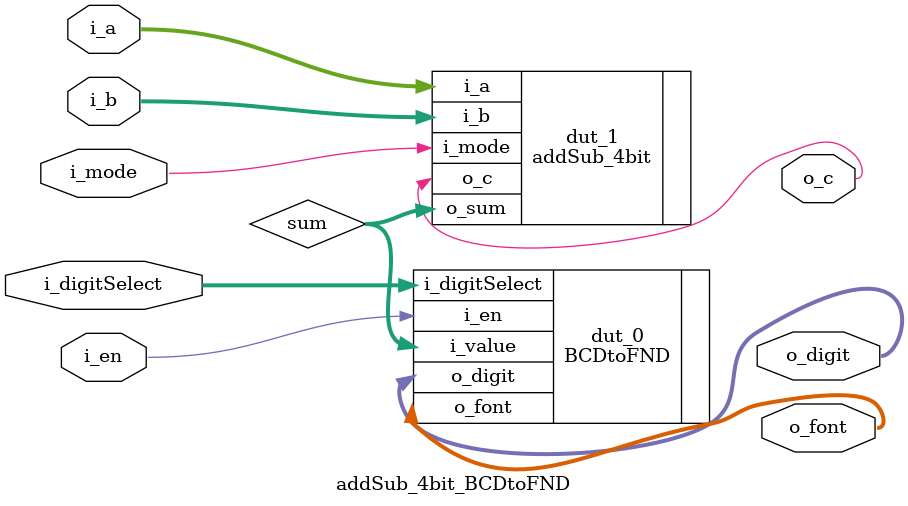
<source format=v>
`timescale 1ns / 1ps


module addSub_4bit_BCDtoFND(
    input [1:0] i_digitSelect,
    input i_en,
    input i_mode,
    input [3:0] i_a, i_b,

    output [3:0] o_digit,
    output [7:0] o_font,
    output o_c
    );

    wire [3:0] sum;

    BCDtoFND dut_0(
        .i_digitSelect(i_digitSelect),
        .i_value(sum),
        .i_en(i_en),
        
        .o_digit(o_digit),
        .o_font(o_font)
    );

    addSub_4bit dut_1(
        .i_a(i_a),
        .i_b(i_b),
        .i_mode(i_mode),

        .o_c(o_c),
        .o_sum(sum)
    );
endmodule

</source>
